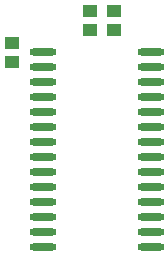
<source format=gtp>
G04 Layer_Color=8421504*
%FSLAX44Y44*%
%MOMM*%
G71*
G01*
G75*
%ADD10O,2.3000X0.6000*%
%ADD11R,1.3000X1.0000*%
D10*
X155990Y-243840D02*
D03*
Y-231140D02*
D03*
Y-218440D02*
D03*
Y-205740D02*
D03*
Y-193040D02*
D03*
Y-180340D02*
D03*
Y-167640D02*
D03*
Y-154940D02*
D03*
Y-142240D02*
D03*
Y-129540D02*
D03*
Y-116840D02*
D03*
Y-104140D02*
D03*
Y-91440D02*
D03*
Y-78740D02*
D03*
X64990Y-243840D02*
D03*
Y-231140D02*
D03*
Y-218440D02*
D03*
Y-205740D02*
D03*
Y-193040D02*
D03*
Y-180340D02*
D03*
Y-167640D02*
D03*
Y-154940D02*
D03*
Y-142240D02*
D03*
Y-129540D02*
D03*
Y-116840D02*
D03*
Y-104140D02*
D03*
Y-91440D02*
D03*
Y-78740D02*
D03*
D11*
X38100Y-70740D02*
D03*
Y-86740D02*
D03*
X104140Y-60070D02*
D03*
Y-44070D02*
D03*
X124460Y-60070D02*
D03*
Y-44070D02*
D03*
M02*

</source>
